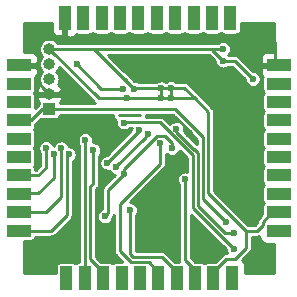
<source format=gbr>
G04 #@! TF.GenerationSoftware,KiCad,Pcbnew,5.1.4-e60b266~84~ubuntu18.04.1*
G04 #@! TF.CreationDate,2019-11-01T23:52:35+08:00*
G04 #@! TF.ProjectId,dap-stm32f103,6461702d-7374-46d3-9332-663130332e6b,rev?*
G04 #@! TF.SameCoordinates,Original*
G04 #@! TF.FileFunction,Copper,L2,Bot*
G04 #@! TF.FilePolarity,Positive*
%FSLAX46Y46*%
G04 Gerber Fmt 4.6, Leading zero omitted, Abs format (unit mm)*
G04 Created by KiCad (PCBNEW 5.1.4-e60b266~84~ubuntu18.04.1) date 2019-11-01 23:52:35*
%MOMM*%
%LPD*%
G04 APERTURE LIST*
%ADD10R,2.000000X1.000000*%
%ADD11R,1.000000X2.000000*%
%ADD12O,1.000000X1.000000*%
%ADD13R,1.000000X1.000000*%
%ADD14C,0.600000*%
%ADD15C,0.250000*%
G04 APERTURE END LIST*
D10*
X135944000Y-85625775D03*
X135944000Y-84070220D03*
X135944000Y-82514665D03*
X135944000Y-90292440D03*
X135944000Y-91848000D03*
X135944000Y-79403555D03*
X135944000Y-80959110D03*
X135944000Y-88736885D03*
X135944000Y-77848000D03*
X135944000Y-87181330D03*
X113944000Y-85625775D03*
X113944000Y-84070220D03*
X113944000Y-82514665D03*
X113944000Y-90292440D03*
X113944000Y-91848000D03*
X113944000Y-79403555D03*
X113944000Y-80959110D03*
X113944000Y-88736885D03*
X113944000Y-77848000D03*
X113944000Y-87181330D03*
D11*
X125741775Y-95868000D03*
X124186220Y-95868000D03*
X122630665Y-95868000D03*
X130408440Y-95868000D03*
X131964000Y-95868000D03*
X119519555Y-95868000D03*
X121075110Y-95868000D03*
X128852885Y-95868000D03*
X117964000Y-95868000D03*
X127297330Y-95868000D03*
X124066225Y-73868000D03*
X125621780Y-73868000D03*
X127177335Y-73868000D03*
X119399560Y-73868000D03*
X117844000Y-73868000D03*
X130288445Y-73868000D03*
X128732890Y-73868000D03*
X120955115Y-73868000D03*
X131844000Y-73868000D03*
X122510670Y-73868000D03*
D12*
X116514000Y-76478000D03*
X116514000Y-77748000D03*
X116514000Y-79018000D03*
X116514000Y-80288000D03*
D13*
X116514000Y-81558000D03*
D14*
X130964000Y-93773000D03*
X121184000Y-93588000D03*
X121184000Y-92848000D03*
X115594000Y-86088000D03*
X115590665Y-85505220D03*
X122719405Y-83499752D03*
X121184000Y-91738000D03*
X120879000Y-89778000D03*
X126754000Y-87418000D03*
X126444000Y-82218000D03*
X130524000Y-75728000D03*
X129134000Y-77328000D03*
X118084000Y-75658000D03*
X132949000Y-89669985D03*
X131914000Y-87128000D03*
X133468443Y-86653557D03*
X131284000Y-88928000D03*
X117682058Y-78529942D03*
X125557059Y-89200766D03*
X117877058Y-94031058D03*
X115864000Y-93738000D03*
X133084000Y-75728000D03*
X133084000Y-76588000D03*
X115804000Y-82778000D03*
X133854881Y-91202967D03*
X118910464Y-84908000D03*
X128360263Y-83638147D03*
X125504000Y-79163000D03*
X133964000Y-94868000D03*
X131444000Y-91078000D03*
X122154000Y-86448000D03*
X124879918Y-83669571D03*
X124144000Y-83338000D03*
X121432463Y-86102476D03*
X122821716Y-87080183D03*
X123664000Y-79818000D03*
X131224000Y-76458000D03*
X131234000Y-77468000D03*
X123054000Y-80648000D03*
X126804000Y-79768000D03*
X126804000Y-80658000D03*
X126004000Y-80658000D03*
X126004000Y-79788000D03*
X126904000Y-84878000D03*
X121214000Y-90648000D03*
X133744000Y-78998000D03*
X122776984Y-79834868D03*
X118854000Y-77748000D03*
X132124000Y-93398000D03*
X122834000Y-82708000D03*
X120254000Y-85048000D03*
X119535464Y-84163920D03*
X116254147Y-84838147D03*
X128004000Y-87508000D03*
X123373010Y-90128000D03*
X125894669Y-84463707D03*
X117531819Y-84889357D03*
X118156819Y-85397666D03*
X116879147Y-85377952D03*
X132114000Y-92008000D03*
X127284412Y-83211187D03*
D15*
X122394000Y-82098000D02*
X122518998Y-82098000D01*
X122518998Y-82098000D02*
X122533999Y-82082999D01*
X122409001Y-82082999D02*
X122394000Y-82098000D01*
X123269001Y-82082999D02*
X122409001Y-82082999D01*
X123269001Y-82082999D02*
X124208999Y-82082999D01*
X122533999Y-82082999D02*
X123269001Y-82082999D01*
X121184000Y-93588000D02*
X121184000Y-92848000D01*
X115594000Y-86088000D02*
X115594000Y-85508555D01*
X115594000Y-85508555D02*
X115590665Y-85505220D01*
X117877058Y-94031058D02*
X116127058Y-94031058D01*
X116127058Y-94031058D02*
X115864000Y-93768000D01*
X115864000Y-93768000D02*
X115864000Y-93738000D01*
X120435484Y-92099484D02*
X121184000Y-92848000D01*
X120879000Y-89778000D02*
X120435484Y-90221516D01*
X120435484Y-90221516D02*
X120435484Y-92099484D01*
X130524000Y-75728000D02*
X132844000Y-75728000D01*
X132844000Y-75728000D02*
X132854000Y-75738000D01*
X132949000Y-90094249D02*
X133844000Y-90989249D01*
X132949000Y-89669985D02*
X132949000Y-90094249D01*
X133844000Y-90989249D02*
X133844000Y-91192086D01*
X133844000Y-91192086D02*
X133854881Y-91202967D01*
X125557059Y-88614941D02*
X126754000Y-87418000D01*
X125557059Y-89200766D02*
X125557059Y-88614941D01*
X115594000Y-82988000D02*
X115804000Y-82778000D01*
X115594000Y-86088000D02*
X115594000Y-82988000D01*
X129134000Y-77328000D02*
X129134000Y-79278000D01*
X133468443Y-83612443D02*
X133468443Y-86653557D01*
X129134000Y-79278000D02*
X133468443Y-83612443D01*
X132388443Y-86653557D02*
X131914000Y-87128000D01*
X133468443Y-86653557D02*
X132388443Y-86653557D01*
X131914000Y-88298000D02*
X131284000Y-88928000D01*
X131914000Y-87128000D02*
X131914000Y-88298000D01*
X132207015Y-88928000D02*
X132949000Y-89669985D01*
X131284000Y-88928000D02*
X132207015Y-88928000D01*
X135483990Y-75738000D02*
X135613990Y-75868000D01*
X134444000Y-75738000D02*
X135483990Y-75738000D01*
X132854000Y-75738000D02*
X134444000Y-75738000D01*
X134444000Y-90613848D02*
X133854881Y-91202967D01*
X134444000Y-75738000D02*
X134444000Y-90613848D01*
X117682058Y-78954206D02*
X117682058Y-78529942D01*
X117682058Y-79827048D02*
X117682058Y-78954206D01*
X117221106Y-80288000D02*
X117682058Y-79827048D01*
X116514000Y-80288000D02*
X117221106Y-80288000D01*
X116014001Y-79739003D02*
X115614000Y-79339002D01*
X116514000Y-80288000D02*
X116014001Y-79788001D01*
X116014001Y-79788001D02*
X116014001Y-79739003D01*
X117784001Y-75358001D02*
X118084000Y-75658000D01*
X116203999Y-75358001D02*
X117784001Y-75358001D01*
X115614000Y-75948000D02*
X116203999Y-75358001D01*
X117877058Y-94031058D02*
X118910464Y-92997652D01*
X118910464Y-92997652D02*
X118910464Y-84908000D01*
X119154000Y-83328000D02*
X122547653Y-83328000D01*
X118910464Y-84908000D02*
X118910464Y-83571536D01*
X122547653Y-83328000D02*
X122719405Y-83499752D01*
X118910464Y-83571536D02*
X119154000Y-83328000D01*
X130454000Y-75658000D02*
X130524000Y-75728000D01*
X118084000Y-75658000D02*
X130454000Y-75658000D01*
X126444000Y-82218000D02*
X127154000Y-82218000D01*
X127257590Y-82288000D02*
X128484000Y-83514410D01*
X127154000Y-82218000D02*
X127224000Y-82288000D01*
X127224000Y-82288000D02*
X127257590Y-82288000D01*
X128484000Y-83514410D02*
X128360263Y-83638147D01*
X127339000Y-77328000D02*
X129134000Y-77328000D01*
X125504000Y-79163000D02*
X127339000Y-77328000D01*
X115614000Y-77998000D02*
X114314010Y-77998000D01*
X115614000Y-77998000D02*
X115614000Y-75948000D01*
X115614000Y-79339002D02*
X115614000Y-77998000D01*
X135613990Y-75868000D02*
X135613990Y-77848000D01*
X129544020Y-83938020D02*
X127164000Y-81558000D01*
X129544020Y-89178020D02*
X129544020Y-83938020D01*
X131444000Y-91078000D02*
X129544020Y-89178020D01*
X117244000Y-81558000D02*
X115934000Y-81558000D01*
X117244000Y-81558000D02*
X116514000Y-81558000D01*
X127164000Y-81558000D02*
X117244000Y-81558000D01*
X114977335Y-82514665D02*
X114314010Y-82514665D01*
X115934000Y-81558000D02*
X114977335Y-82514665D01*
X122154000Y-86398000D02*
X122154000Y-86448000D01*
X124579919Y-83969570D02*
X124579919Y-83972081D01*
X124879918Y-83669571D02*
X124579919Y-83969570D01*
X124579919Y-83972081D02*
X122154000Y-86398000D01*
X124144000Y-83368000D02*
X124144000Y-83338000D01*
X124144000Y-83390939D02*
X124144000Y-83338000D01*
X121432463Y-86102476D02*
X124144000Y-83390939D01*
X123364001Y-79518001D02*
X123344001Y-79518001D01*
X123664000Y-79818000D02*
X123364001Y-79518001D01*
X120304000Y-76478000D02*
X116514000Y-76478000D01*
X123344001Y-79518001D02*
X123054000Y-79228000D01*
X122894000Y-79048000D02*
X122874000Y-79048000D01*
X123664000Y-79818000D02*
X122894000Y-79048000D01*
X123054000Y-79228000D02*
X122874000Y-79048000D01*
X123664000Y-79818000D02*
X122609000Y-78763000D01*
X122609000Y-78763000D02*
X122589000Y-78763000D01*
X122874000Y-79048000D02*
X122589000Y-78763000D01*
X122589000Y-78763000D02*
X120304000Y-76478000D01*
X116514000Y-76478000D02*
X117221106Y-76478000D01*
X131204000Y-76478000D02*
X131224000Y-76458000D01*
X130284000Y-76518000D02*
X131234000Y-77468000D01*
X130284000Y-76478000D02*
X130284000Y-76518000D01*
X130284000Y-76478000D02*
X131204000Y-76478000D01*
X117221106Y-76478000D02*
X130284000Y-76478000D01*
X120684000Y-80648000D02*
X116514000Y-76478000D01*
X123054000Y-80648000D02*
X120684000Y-80648000D01*
X123478264Y-80648000D02*
X123488264Y-80658000D01*
X123054000Y-80648000D02*
X123478264Y-80648000D01*
X123488264Y-80658000D02*
X126844000Y-80658000D01*
X126004000Y-80658000D02*
X126004000Y-79788000D01*
X126784000Y-79788000D02*
X126804000Y-79768000D01*
X126004000Y-79788000D02*
X126784000Y-79788000D01*
X126804000Y-79768000D02*
X126804000Y-80658000D01*
X123694000Y-79788000D02*
X123664000Y-79818000D01*
X126004000Y-79788000D02*
X123694000Y-79788000D01*
X129994029Y-82047971D02*
X129994029Y-81818029D01*
X129994029Y-81828029D02*
X129994029Y-82047971D01*
X128834000Y-80658000D02*
X126804000Y-80658000D01*
X129994029Y-81818029D02*
X128834000Y-80658000D01*
X127944000Y-79768000D02*
X126804000Y-79768000D01*
X128834000Y-80658000D02*
X127944000Y-79768000D01*
X129994029Y-87357971D02*
X129994029Y-87868029D01*
X129994029Y-82047971D02*
X129994029Y-87357971D01*
X129994029Y-87357971D02*
X129994029Y-88703027D01*
X129994029Y-88703027D02*
X133159002Y-91868000D01*
X122521717Y-87380182D02*
X122821716Y-87080183D01*
X121513999Y-88387900D02*
X122521717Y-87380182D01*
X121513999Y-90348001D02*
X121513999Y-88387900D01*
X121214000Y-90648000D02*
X121513999Y-90348001D01*
X126904000Y-84453736D02*
X126904000Y-84878000D01*
X126288970Y-83838706D02*
X126904000Y-84453736D01*
X125594668Y-83838706D02*
X126288970Y-83838706D01*
X122821716Y-86611658D02*
X125594668Y-83838706D01*
X122821716Y-87080183D02*
X122821716Y-86611658D01*
X132214000Y-77468000D02*
X131234000Y-77468000D01*
X133744000Y-78998000D02*
X132214000Y-77468000D01*
X133159002Y-93288000D02*
X132199002Y-94248000D01*
X133159002Y-91868000D02*
X133159002Y-93288000D01*
X130408440Y-95338558D02*
X130408440Y-95517990D01*
X132199002Y-94248000D02*
X131498998Y-94248000D01*
X131498998Y-94248000D02*
X130408440Y-95338558D01*
X135414558Y-90292440D02*
X135613990Y-90292440D01*
X134618999Y-91087999D02*
X135414558Y-90292440D01*
X133159002Y-91868000D02*
X134114850Y-91868000D01*
X134618999Y-91363851D02*
X134618999Y-91087999D01*
X134114850Y-91868000D02*
X134618999Y-91363851D01*
X122352720Y-79834868D02*
X122345852Y-79828000D01*
X122776984Y-79834868D02*
X122352720Y-79834868D01*
X122345852Y-79828000D02*
X120934000Y-79828000D01*
X120934000Y-79828000D02*
X118854000Y-77748000D01*
X132124000Y-93398000D02*
X128644000Y-89918000D01*
X128644000Y-89918000D02*
X128644000Y-87018000D01*
X128644000Y-87018000D02*
X128644000Y-85478000D01*
X128644000Y-85478000D02*
X128644000Y-85458000D01*
X128644000Y-85478000D02*
X125854000Y-82688000D01*
X125854000Y-82688000D02*
X122854000Y-82688000D01*
X122854000Y-82688000D02*
X122834000Y-82708000D01*
X120254000Y-85048000D02*
X120254000Y-87848000D01*
X120254000Y-87848000D02*
X119985474Y-88116526D01*
X121075110Y-95338553D02*
X121075110Y-95517990D01*
X119985474Y-88116526D02*
X119985474Y-94248917D01*
X119985474Y-94248917D02*
X121075110Y-95338553D01*
X119519555Y-94802445D02*
X119519555Y-95517990D01*
X119535464Y-84163920D02*
X119535464Y-94786536D01*
X119535464Y-94786536D02*
X119519555Y-94802445D01*
X115590670Y-87181330D02*
X114314010Y-87181330D01*
X116254147Y-84838147D02*
X116254147Y-86517853D01*
X116254147Y-86517853D02*
X115590670Y-87181330D01*
X128852885Y-95156885D02*
X128852885Y-95517990D01*
X128004000Y-87508000D02*
X128004000Y-94308000D01*
X128004000Y-94308000D02*
X128852885Y-95156885D01*
X123373010Y-90128000D02*
X123373010Y-93820600D01*
X123373010Y-93820600D02*
X123630410Y-94078000D01*
X127297330Y-95338553D02*
X127297330Y-95517990D01*
X125414000Y-94078000D02*
X126036777Y-94078000D01*
X126036777Y-94078000D02*
X127297330Y-95338553D01*
X123630410Y-94078000D02*
X125414000Y-94078000D01*
X125894669Y-86167331D02*
X125894669Y-84463707D01*
X122464000Y-93548000D02*
X122464000Y-89598000D01*
X122464000Y-89598000D02*
X125894669Y-86167331D01*
X125741775Y-95338553D02*
X125741775Y-95517990D01*
X124931232Y-94528010D02*
X125741775Y-95338553D01*
X122464000Y-93548000D02*
X123444010Y-94528010D01*
X123444010Y-94528010D02*
X124931232Y-94528010D01*
X116199560Y-90292440D02*
X114314010Y-90292440D01*
X117531819Y-84889357D02*
X117531819Y-88960181D01*
X117531819Y-88960181D02*
X116199560Y-90292440D01*
X117981829Y-85572656D02*
X118156819Y-85397666D01*
X117981829Y-85715829D02*
X117981829Y-85572656D01*
X117981829Y-85500021D02*
X117981829Y-85715829D01*
X116674000Y-91848000D02*
X114314010Y-91848000D01*
X117981829Y-85715829D02*
X117981829Y-90540171D01*
X117981829Y-90540171D02*
X116674000Y-91848000D01*
X116879147Y-85377952D02*
X116879147Y-87392863D01*
X116879147Y-87392863D02*
X115574005Y-88698005D01*
X115574005Y-88698005D02*
X114314010Y-88698005D01*
X132114000Y-92008000D02*
X131370410Y-92008000D01*
X131370410Y-92008000D02*
X129094010Y-89731600D01*
X128800410Y-84978000D02*
X128780410Y-84978000D01*
X129094010Y-89731600D02*
X129094010Y-85271600D01*
X128902205Y-85079795D02*
X128800410Y-84978000D01*
X129094010Y-85271600D02*
X128902205Y-85079795D01*
X128810400Y-85007990D02*
X127284412Y-83482002D01*
X128902205Y-85079795D02*
X128830400Y-85007990D01*
X127284412Y-83482002D02*
X127284412Y-83211187D01*
X128830400Y-85007990D02*
X128810400Y-85007990D01*
G36*
X134307937Y-92348000D02*
G01*
X134320159Y-92472090D01*
X134356354Y-92591411D01*
X134415133Y-92701378D01*
X134494236Y-92797764D01*
X134590622Y-92876867D01*
X134700589Y-92935646D01*
X134819910Y-92971841D01*
X134944000Y-92984063D01*
X135564000Y-92981399D01*
X135564000Y-95468000D01*
X133097485Y-95468000D01*
X133100063Y-94868000D01*
X133087841Y-94743910D01*
X133051646Y-94624589D01*
X132992867Y-94514622D01*
X132913764Y-94418236D01*
X132817378Y-94339133D01*
X132815812Y-94338296D01*
X133495183Y-93658925D01*
X133514266Y-93643264D01*
X133576748Y-93567129D01*
X133623177Y-93480267D01*
X133639318Y-93427057D01*
X133651767Y-93386018D01*
X133661421Y-93288001D01*
X133659002Y-93263441D01*
X133659002Y-92368000D01*
X134090290Y-92368000D01*
X134114850Y-92370419D01*
X134139410Y-92368000D01*
X134212867Y-92360765D01*
X134307117Y-92332175D01*
X134308173Y-92331611D01*
X134307937Y-92348000D01*
X134307937Y-92348000D01*
G37*
X134307937Y-92348000D02*
X134320159Y-92472090D01*
X134356354Y-92591411D01*
X134415133Y-92701378D01*
X134494236Y-92797764D01*
X134590622Y-92876867D01*
X134700589Y-92935646D01*
X134819910Y-92971841D01*
X134944000Y-92984063D01*
X135564000Y-92981399D01*
X135564000Y-95468000D01*
X133097485Y-95468000D01*
X133100063Y-94868000D01*
X133087841Y-94743910D01*
X133051646Y-94624589D01*
X132992867Y-94514622D01*
X132913764Y-94418236D01*
X132817378Y-94339133D01*
X132815812Y-94338296D01*
X133495183Y-93658925D01*
X133514266Y-93643264D01*
X133576748Y-93567129D01*
X133623177Y-93480267D01*
X133639318Y-93427057D01*
X133651767Y-93386018D01*
X133661421Y-93288001D01*
X133659002Y-93263441D01*
X133659002Y-92368000D01*
X134090290Y-92368000D01*
X134114850Y-92370419D01*
X134139410Y-92368000D01*
X134212867Y-92360765D01*
X134307117Y-92332175D01*
X134308173Y-92331611D01*
X134307937Y-92348000D01*
G36*
X121891581Y-82098000D02*
G01*
X121901235Y-82196017D01*
X121929825Y-82290267D01*
X121976254Y-82377129D01*
X122038736Y-82453264D01*
X122114871Y-82515746D01*
X122177373Y-82549154D01*
X122159000Y-82641518D01*
X122159000Y-82774482D01*
X122184940Y-82904890D01*
X122235823Y-83027732D01*
X122309693Y-83138287D01*
X122403713Y-83232307D01*
X122514268Y-83306177D01*
X122637110Y-83357060D01*
X122767518Y-83383000D01*
X122900482Y-83383000D01*
X123030890Y-83357060D01*
X123153732Y-83306177D01*
X123264287Y-83232307D01*
X123308594Y-83188000D01*
X123485613Y-83188000D01*
X123469000Y-83271518D01*
X123469000Y-83358832D01*
X121400358Y-85427476D01*
X121365981Y-85427476D01*
X121235573Y-85453416D01*
X121112731Y-85504299D01*
X121002176Y-85578169D01*
X120908156Y-85672189D01*
X120834286Y-85782744D01*
X120783403Y-85905586D01*
X120757463Y-86035994D01*
X120757463Y-86168958D01*
X120783403Y-86299366D01*
X120834286Y-86422208D01*
X120908156Y-86532763D01*
X121002176Y-86626783D01*
X121112731Y-86700653D01*
X121235573Y-86751536D01*
X121365981Y-86777476D01*
X121498945Y-86777476D01*
X121555222Y-86766282D01*
X121555823Y-86767732D01*
X121629693Y-86878287D01*
X121723713Y-86972307D01*
X121834268Y-87046177D01*
X121957110Y-87097060D01*
X122074401Y-87120391D01*
X121177818Y-88016976D01*
X121158736Y-88032636D01*
X121096254Y-88108771D01*
X121075736Y-88147158D01*
X121049825Y-88195633D01*
X121021234Y-88289883D01*
X121011580Y-88387900D01*
X121014000Y-88412470D01*
X121013999Y-90000229D01*
X120894268Y-90049823D01*
X120783713Y-90123693D01*
X120689693Y-90217713D01*
X120615823Y-90328268D01*
X120564940Y-90451110D01*
X120539000Y-90581518D01*
X120539000Y-90714482D01*
X120564940Y-90844890D01*
X120615823Y-90967732D01*
X120689693Y-91078287D01*
X120783713Y-91172307D01*
X120894268Y-91246177D01*
X121017110Y-91297060D01*
X121147518Y-91323000D01*
X121280482Y-91323000D01*
X121410890Y-91297060D01*
X121533732Y-91246177D01*
X121644287Y-91172307D01*
X121738307Y-91078287D01*
X121812177Y-90967732D01*
X121863060Y-90844890D01*
X121889000Y-90714482D01*
X121889000Y-90679215D01*
X121931745Y-90627130D01*
X121964001Y-90566784D01*
X121964000Y-93523440D01*
X121961581Y-93548000D01*
X121969085Y-93624187D01*
X121971235Y-93646016D01*
X121999825Y-93740266D01*
X122046254Y-93827129D01*
X122108736Y-93903264D01*
X122127824Y-93918929D01*
X122700080Y-94491186D01*
X122130665Y-94491186D01*
X122057152Y-94498426D01*
X121986465Y-94519869D01*
X121921318Y-94554691D01*
X121864217Y-94601552D01*
X121852888Y-94615357D01*
X121841558Y-94601552D01*
X121784457Y-94554691D01*
X121719310Y-94519869D01*
X121648623Y-94498426D01*
X121575110Y-94491186D01*
X120934849Y-94491186D01*
X120485474Y-94041812D01*
X120485474Y-88323631D01*
X120590176Y-88218929D01*
X120609264Y-88203264D01*
X120671746Y-88127129D01*
X120718175Y-88040267D01*
X120746765Y-87946017D01*
X120754000Y-87872560D01*
X120754000Y-87872559D01*
X120756419Y-87848001D01*
X120754000Y-87823443D01*
X120754000Y-85502594D01*
X120778307Y-85478287D01*
X120852177Y-85367732D01*
X120903060Y-85244890D01*
X120929000Y-85114482D01*
X120929000Y-84981518D01*
X120903060Y-84851110D01*
X120852177Y-84728268D01*
X120778307Y-84617713D01*
X120684287Y-84523693D01*
X120573732Y-84449823D01*
X120450890Y-84398940D01*
X120320482Y-84373000D01*
X120187518Y-84373000D01*
X120178753Y-84374744D01*
X120184524Y-84360810D01*
X120210464Y-84230402D01*
X120210464Y-84097438D01*
X120184524Y-83967030D01*
X120133641Y-83844188D01*
X120059771Y-83733633D01*
X119965751Y-83639613D01*
X119855196Y-83565743D01*
X119732354Y-83514860D01*
X119601946Y-83488920D01*
X119468982Y-83488920D01*
X119338574Y-83514860D01*
X119215732Y-83565743D01*
X119105177Y-83639613D01*
X119011157Y-83733633D01*
X118937287Y-83844188D01*
X118886404Y-83967030D01*
X118860464Y-84097438D01*
X118860464Y-84230402D01*
X118886404Y-84360810D01*
X118937287Y-84483652D01*
X119011157Y-84594207D01*
X119035464Y-84618514D01*
X119035465Y-94491186D01*
X119019555Y-94491186D01*
X118946042Y-94498426D01*
X118875355Y-94519869D01*
X118810208Y-94554691D01*
X118753107Y-94601552D01*
X118741778Y-94615357D01*
X118730448Y-94601552D01*
X118673347Y-94554691D01*
X118608200Y-94519869D01*
X118537513Y-94498426D01*
X118464000Y-94491186D01*
X117464000Y-94491186D01*
X117390487Y-94498426D01*
X117319800Y-94519869D01*
X117254653Y-94554691D01*
X117197552Y-94601552D01*
X117150691Y-94658653D01*
X117115869Y-94723800D01*
X117094426Y-94794487D01*
X117087186Y-94868000D01*
X117087186Y-95468000D01*
X114364000Y-95468000D01*
X114364000Y-92724814D01*
X114944000Y-92724814D01*
X115017513Y-92717574D01*
X115088200Y-92696131D01*
X115153347Y-92661309D01*
X115210448Y-92614448D01*
X115257309Y-92557347D01*
X115292131Y-92492200D01*
X115313574Y-92421513D01*
X115320814Y-92348000D01*
X116649440Y-92348000D01*
X116674000Y-92350419D01*
X116698560Y-92348000D01*
X116772017Y-92340765D01*
X116866267Y-92312175D01*
X116953129Y-92265746D01*
X117029264Y-92203264D01*
X117044929Y-92184176D01*
X118318016Y-90911091D01*
X118337093Y-90895435D01*
X118399575Y-90819300D01*
X118446004Y-90732438D01*
X118474594Y-90638188D01*
X118481829Y-90564731D01*
X118484248Y-90540171D01*
X118481829Y-90515611D01*
X118481829Y-85992316D01*
X118587106Y-85921973D01*
X118681126Y-85827953D01*
X118754996Y-85717398D01*
X118805879Y-85594556D01*
X118831819Y-85464148D01*
X118831819Y-85331184D01*
X118805879Y-85200776D01*
X118754996Y-85077934D01*
X118681126Y-84967379D01*
X118587106Y-84873359D01*
X118476551Y-84799489D01*
X118353709Y-84748606D01*
X118223301Y-84722666D01*
X118186886Y-84722666D01*
X118180879Y-84692467D01*
X118129996Y-84569625D01*
X118056126Y-84459070D01*
X117962106Y-84365050D01*
X117851551Y-84291180D01*
X117728709Y-84240297D01*
X117598301Y-84214357D01*
X117465337Y-84214357D01*
X117334929Y-84240297D01*
X117212087Y-84291180D01*
X117101532Y-84365050D01*
X117007512Y-84459070D01*
X116933642Y-84569625D01*
X116903455Y-84642503D01*
X116903207Y-84641257D01*
X116852324Y-84518415D01*
X116778454Y-84407860D01*
X116684434Y-84313840D01*
X116573879Y-84239970D01*
X116451037Y-84189087D01*
X116320629Y-84163147D01*
X116187665Y-84163147D01*
X116057257Y-84189087D01*
X115934415Y-84239970D01*
X115823860Y-84313840D01*
X115729840Y-84407860D01*
X115655970Y-84518415D01*
X115605087Y-84641257D01*
X115579147Y-84771665D01*
X115579147Y-84904629D01*
X115605087Y-85035037D01*
X115655970Y-85157879D01*
X115729840Y-85268434D01*
X115754147Y-85292741D01*
X115754148Y-86310746D01*
X115383565Y-86681330D01*
X115320814Y-86681330D01*
X115313574Y-86607817D01*
X115292131Y-86537130D01*
X115257309Y-86471983D01*
X115210448Y-86414882D01*
X115196643Y-86403553D01*
X115210448Y-86392223D01*
X115257309Y-86335122D01*
X115292131Y-86269975D01*
X115313574Y-86199288D01*
X115320814Y-86125775D01*
X115320814Y-85125775D01*
X115313574Y-85052262D01*
X115292131Y-84981575D01*
X115257309Y-84916428D01*
X115210448Y-84859327D01*
X115196643Y-84847998D01*
X115210448Y-84836668D01*
X115257309Y-84779567D01*
X115292131Y-84714420D01*
X115313574Y-84643733D01*
X115320814Y-84570220D01*
X115320814Y-83570220D01*
X115313574Y-83496707D01*
X115292131Y-83426020D01*
X115257309Y-83360873D01*
X115210448Y-83303772D01*
X115196643Y-83292442D01*
X115210448Y-83281113D01*
X115257309Y-83224012D01*
X115292131Y-83158865D01*
X115313574Y-83088178D01*
X115320814Y-83014665D01*
X115320814Y-82879601D01*
X115332599Y-82869929D01*
X115348264Y-82850841D01*
X115819735Y-82379371D01*
X115869800Y-82406131D01*
X115940487Y-82427574D01*
X116014000Y-82434814D01*
X117014000Y-82434814D01*
X117087513Y-82427574D01*
X117158200Y-82406131D01*
X117223347Y-82371309D01*
X117280448Y-82324448D01*
X117327309Y-82267347D01*
X117362131Y-82202200D01*
X117383574Y-82131513D01*
X117390814Y-82058000D01*
X121895521Y-82058000D01*
X121891581Y-82098000D01*
X121891581Y-82098000D01*
G37*
X121891581Y-82098000D02*
X121901235Y-82196017D01*
X121929825Y-82290267D01*
X121976254Y-82377129D01*
X122038736Y-82453264D01*
X122114871Y-82515746D01*
X122177373Y-82549154D01*
X122159000Y-82641518D01*
X122159000Y-82774482D01*
X122184940Y-82904890D01*
X122235823Y-83027732D01*
X122309693Y-83138287D01*
X122403713Y-83232307D01*
X122514268Y-83306177D01*
X122637110Y-83357060D01*
X122767518Y-83383000D01*
X122900482Y-83383000D01*
X123030890Y-83357060D01*
X123153732Y-83306177D01*
X123264287Y-83232307D01*
X123308594Y-83188000D01*
X123485613Y-83188000D01*
X123469000Y-83271518D01*
X123469000Y-83358832D01*
X121400358Y-85427476D01*
X121365981Y-85427476D01*
X121235573Y-85453416D01*
X121112731Y-85504299D01*
X121002176Y-85578169D01*
X120908156Y-85672189D01*
X120834286Y-85782744D01*
X120783403Y-85905586D01*
X120757463Y-86035994D01*
X120757463Y-86168958D01*
X120783403Y-86299366D01*
X120834286Y-86422208D01*
X120908156Y-86532763D01*
X121002176Y-86626783D01*
X121112731Y-86700653D01*
X121235573Y-86751536D01*
X121365981Y-86777476D01*
X121498945Y-86777476D01*
X121555222Y-86766282D01*
X121555823Y-86767732D01*
X121629693Y-86878287D01*
X121723713Y-86972307D01*
X121834268Y-87046177D01*
X121957110Y-87097060D01*
X122074401Y-87120391D01*
X121177818Y-88016976D01*
X121158736Y-88032636D01*
X121096254Y-88108771D01*
X121075736Y-88147158D01*
X121049825Y-88195633D01*
X121021234Y-88289883D01*
X121011580Y-88387900D01*
X121014000Y-88412470D01*
X121013999Y-90000229D01*
X120894268Y-90049823D01*
X120783713Y-90123693D01*
X120689693Y-90217713D01*
X120615823Y-90328268D01*
X120564940Y-90451110D01*
X120539000Y-90581518D01*
X120539000Y-90714482D01*
X120564940Y-90844890D01*
X120615823Y-90967732D01*
X120689693Y-91078287D01*
X120783713Y-91172307D01*
X120894268Y-91246177D01*
X121017110Y-91297060D01*
X121147518Y-91323000D01*
X121280482Y-91323000D01*
X121410890Y-91297060D01*
X121533732Y-91246177D01*
X121644287Y-91172307D01*
X121738307Y-91078287D01*
X121812177Y-90967732D01*
X121863060Y-90844890D01*
X121889000Y-90714482D01*
X121889000Y-90679215D01*
X121931745Y-90627130D01*
X121964001Y-90566784D01*
X121964000Y-93523440D01*
X121961581Y-93548000D01*
X121969085Y-93624187D01*
X121971235Y-93646016D01*
X121999825Y-93740266D01*
X122046254Y-93827129D01*
X122108736Y-93903264D01*
X122127824Y-93918929D01*
X122700080Y-94491186D01*
X122130665Y-94491186D01*
X122057152Y-94498426D01*
X121986465Y-94519869D01*
X121921318Y-94554691D01*
X121864217Y-94601552D01*
X121852888Y-94615357D01*
X121841558Y-94601552D01*
X121784457Y-94554691D01*
X121719310Y-94519869D01*
X121648623Y-94498426D01*
X121575110Y-94491186D01*
X120934849Y-94491186D01*
X120485474Y-94041812D01*
X120485474Y-88323631D01*
X120590176Y-88218929D01*
X120609264Y-88203264D01*
X120671746Y-88127129D01*
X120718175Y-88040267D01*
X120746765Y-87946017D01*
X120754000Y-87872560D01*
X120754000Y-87872559D01*
X120756419Y-87848001D01*
X120754000Y-87823443D01*
X120754000Y-85502594D01*
X120778307Y-85478287D01*
X120852177Y-85367732D01*
X120903060Y-85244890D01*
X120929000Y-85114482D01*
X120929000Y-84981518D01*
X120903060Y-84851110D01*
X120852177Y-84728268D01*
X120778307Y-84617713D01*
X120684287Y-84523693D01*
X120573732Y-84449823D01*
X120450890Y-84398940D01*
X120320482Y-84373000D01*
X120187518Y-84373000D01*
X120178753Y-84374744D01*
X120184524Y-84360810D01*
X120210464Y-84230402D01*
X120210464Y-84097438D01*
X120184524Y-83967030D01*
X120133641Y-83844188D01*
X120059771Y-83733633D01*
X119965751Y-83639613D01*
X119855196Y-83565743D01*
X119732354Y-83514860D01*
X119601946Y-83488920D01*
X119468982Y-83488920D01*
X119338574Y-83514860D01*
X119215732Y-83565743D01*
X119105177Y-83639613D01*
X119011157Y-83733633D01*
X118937287Y-83844188D01*
X118886404Y-83967030D01*
X118860464Y-84097438D01*
X118860464Y-84230402D01*
X118886404Y-84360810D01*
X118937287Y-84483652D01*
X119011157Y-84594207D01*
X119035464Y-84618514D01*
X119035465Y-94491186D01*
X119019555Y-94491186D01*
X118946042Y-94498426D01*
X118875355Y-94519869D01*
X118810208Y-94554691D01*
X118753107Y-94601552D01*
X118741778Y-94615357D01*
X118730448Y-94601552D01*
X118673347Y-94554691D01*
X118608200Y-94519869D01*
X118537513Y-94498426D01*
X118464000Y-94491186D01*
X117464000Y-94491186D01*
X117390487Y-94498426D01*
X117319800Y-94519869D01*
X117254653Y-94554691D01*
X117197552Y-94601552D01*
X117150691Y-94658653D01*
X117115869Y-94723800D01*
X117094426Y-94794487D01*
X117087186Y-94868000D01*
X117087186Y-95468000D01*
X114364000Y-95468000D01*
X114364000Y-92724814D01*
X114944000Y-92724814D01*
X115017513Y-92717574D01*
X115088200Y-92696131D01*
X115153347Y-92661309D01*
X115210448Y-92614448D01*
X115257309Y-92557347D01*
X115292131Y-92492200D01*
X115313574Y-92421513D01*
X115320814Y-92348000D01*
X116649440Y-92348000D01*
X116674000Y-92350419D01*
X116698560Y-92348000D01*
X116772017Y-92340765D01*
X116866267Y-92312175D01*
X116953129Y-92265746D01*
X117029264Y-92203264D01*
X117044929Y-92184176D01*
X118318016Y-90911091D01*
X118337093Y-90895435D01*
X118399575Y-90819300D01*
X118446004Y-90732438D01*
X118474594Y-90638188D01*
X118481829Y-90564731D01*
X118484248Y-90540171D01*
X118481829Y-90515611D01*
X118481829Y-85992316D01*
X118587106Y-85921973D01*
X118681126Y-85827953D01*
X118754996Y-85717398D01*
X118805879Y-85594556D01*
X118831819Y-85464148D01*
X118831819Y-85331184D01*
X118805879Y-85200776D01*
X118754996Y-85077934D01*
X118681126Y-84967379D01*
X118587106Y-84873359D01*
X118476551Y-84799489D01*
X118353709Y-84748606D01*
X118223301Y-84722666D01*
X118186886Y-84722666D01*
X118180879Y-84692467D01*
X118129996Y-84569625D01*
X118056126Y-84459070D01*
X117962106Y-84365050D01*
X117851551Y-84291180D01*
X117728709Y-84240297D01*
X117598301Y-84214357D01*
X117465337Y-84214357D01*
X117334929Y-84240297D01*
X117212087Y-84291180D01*
X117101532Y-84365050D01*
X117007512Y-84459070D01*
X116933642Y-84569625D01*
X116903455Y-84642503D01*
X116903207Y-84641257D01*
X116852324Y-84518415D01*
X116778454Y-84407860D01*
X116684434Y-84313840D01*
X116573879Y-84239970D01*
X116451037Y-84189087D01*
X116320629Y-84163147D01*
X116187665Y-84163147D01*
X116057257Y-84189087D01*
X115934415Y-84239970D01*
X115823860Y-84313840D01*
X115729840Y-84407860D01*
X115655970Y-84518415D01*
X115605087Y-84641257D01*
X115579147Y-84771665D01*
X115579147Y-84904629D01*
X115605087Y-85035037D01*
X115655970Y-85157879D01*
X115729840Y-85268434D01*
X115754147Y-85292741D01*
X115754148Y-86310746D01*
X115383565Y-86681330D01*
X115320814Y-86681330D01*
X115313574Y-86607817D01*
X115292131Y-86537130D01*
X115257309Y-86471983D01*
X115210448Y-86414882D01*
X115196643Y-86403553D01*
X115210448Y-86392223D01*
X115257309Y-86335122D01*
X115292131Y-86269975D01*
X115313574Y-86199288D01*
X115320814Y-86125775D01*
X115320814Y-85125775D01*
X115313574Y-85052262D01*
X115292131Y-84981575D01*
X115257309Y-84916428D01*
X115210448Y-84859327D01*
X115196643Y-84847998D01*
X115210448Y-84836668D01*
X115257309Y-84779567D01*
X115292131Y-84714420D01*
X115313574Y-84643733D01*
X115320814Y-84570220D01*
X115320814Y-83570220D01*
X115313574Y-83496707D01*
X115292131Y-83426020D01*
X115257309Y-83360873D01*
X115210448Y-83303772D01*
X115196643Y-83292442D01*
X115210448Y-83281113D01*
X115257309Y-83224012D01*
X115292131Y-83158865D01*
X115313574Y-83088178D01*
X115320814Y-83014665D01*
X115320814Y-82879601D01*
X115332599Y-82869929D01*
X115348264Y-82850841D01*
X115819735Y-82379371D01*
X115869800Y-82406131D01*
X115940487Y-82427574D01*
X116014000Y-82434814D01*
X117014000Y-82434814D01*
X117087513Y-82427574D01*
X117158200Y-82406131D01*
X117223347Y-82371309D01*
X117280448Y-82324448D01*
X117327309Y-82267347D01*
X117362131Y-82202200D01*
X117383574Y-82131513D01*
X117390814Y-82058000D01*
X121895521Y-82058000D01*
X121891581Y-82098000D01*
G36*
X131449000Y-93430106D02*
G01*
X131449000Y-93464482D01*
X131474940Y-93594890D01*
X131525823Y-93717732D01*
X131546047Y-93748000D01*
X131523558Y-93748000D01*
X131498998Y-93745581D01*
X131474438Y-93748000D01*
X131400981Y-93755235D01*
X131306731Y-93783825D01*
X131219869Y-93830254D01*
X131143734Y-93892736D01*
X131128073Y-93911819D01*
X130548707Y-94491186D01*
X129908440Y-94491186D01*
X129834927Y-94498426D01*
X129764240Y-94519869D01*
X129699093Y-94554691D01*
X129641992Y-94601552D01*
X129630663Y-94615357D01*
X129619333Y-94601552D01*
X129562232Y-94554691D01*
X129497085Y-94519869D01*
X129426398Y-94498426D01*
X129352885Y-94491186D01*
X128894292Y-94491186D01*
X128504000Y-94100895D01*
X128504000Y-90485105D01*
X131449000Y-93430106D01*
X131449000Y-93430106D01*
G37*
X131449000Y-93430106D02*
X131449000Y-93464482D01*
X131474940Y-93594890D01*
X131525823Y-93717732D01*
X131546047Y-93748000D01*
X131523558Y-93748000D01*
X131498998Y-93745581D01*
X131474438Y-93748000D01*
X131400981Y-93755235D01*
X131306731Y-93783825D01*
X131219869Y-93830254D01*
X131143734Y-93892736D01*
X131128073Y-93911819D01*
X130548707Y-94491186D01*
X129908440Y-94491186D01*
X129834927Y-94498426D01*
X129764240Y-94519869D01*
X129699093Y-94554691D01*
X129641992Y-94601552D01*
X129630663Y-94615357D01*
X129619333Y-94601552D01*
X129562232Y-94554691D01*
X129497085Y-94519869D01*
X129426398Y-94498426D01*
X129352885Y-94491186D01*
X128894292Y-94491186D01*
X128504000Y-94100895D01*
X128504000Y-90485105D01*
X131449000Y-93430106D01*
G36*
X128144001Y-85685108D02*
G01*
X128144000Y-86847624D01*
X128070482Y-86833000D01*
X127937518Y-86833000D01*
X127807110Y-86858940D01*
X127684268Y-86909823D01*
X127573713Y-86983693D01*
X127479693Y-87077713D01*
X127405823Y-87188268D01*
X127354940Y-87311110D01*
X127329000Y-87441518D01*
X127329000Y-87574482D01*
X127354940Y-87704890D01*
X127405823Y-87827732D01*
X127479693Y-87938287D01*
X127504000Y-87962594D01*
X127504001Y-94283430D01*
X127501581Y-94308000D01*
X127511235Y-94406017D01*
X127524250Y-94448920D01*
X127537071Y-94491186D01*
X127157069Y-94491186D01*
X126407706Y-93741824D01*
X126392041Y-93722736D01*
X126315906Y-93660254D01*
X126229044Y-93613825D01*
X126134794Y-93585235D01*
X126061337Y-93578000D01*
X126036777Y-93575581D01*
X126012217Y-93578000D01*
X123873010Y-93578000D01*
X123873010Y-90582594D01*
X123897317Y-90558287D01*
X123971187Y-90447732D01*
X124022070Y-90324890D01*
X124048010Y-90194482D01*
X124048010Y-90061518D01*
X124022070Y-89931110D01*
X123971187Y-89808268D01*
X123897317Y-89697713D01*
X123803297Y-89603693D01*
X123692742Y-89529823D01*
X123569900Y-89478940D01*
X123439492Y-89453000D01*
X123316105Y-89453000D01*
X126230856Y-86538251D01*
X126249933Y-86522595D01*
X126312415Y-86446460D01*
X126358844Y-86359598D01*
X126387434Y-86265348D01*
X126394669Y-86191891D01*
X126394669Y-86191890D01*
X126397088Y-86167331D01*
X126394669Y-86142771D01*
X126394669Y-85323263D01*
X126473713Y-85402307D01*
X126584268Y-85476177D01*
X126707110Y-85527060D01*
X126837518Y-85553000D01*
X126970482Y-85553000D01*
X127100890Y-85527060D01*
X127223732Y-85476177D01*
X127334287Y-85402307D01*
X127428307Y-85308287D01*
X127502177Y-85197732D01*
X127547414Y-85088521D01*
X128144001Y-85685108D01*
X128144001Y-85685108D01*
G37*
X128144001Y-85685108D02*
X128144000Y-86847624D01*
X128070482Y-86833000D01*
X127937518Y-86833000D01*
X127807110Y-86858940D01*
X127684268Y-86909823D01*
X127573713Y-86983693D01*
X127479693Y-87077713D01*
X127405823Y-87188268D01*
X127354940Y-87311110D01*
X127329000Y-87441518D01*
X127329000Y-87574482D01*
X127354940Y-87704890D01*
X127405823Y-87827732D01*
X127479693Y-87938287D01*
X127504000Y-87962594D01*
X127504001Y-94283430D01*
X127501581Y-94308000D01*
X127511235Y-94406017D01*
X127524250Y-94448920D01*
X127537071Y-94491186D01*
X127157069Y-94491186D01*
X126407706Y-93741824D01*
X126392041Y-93722736D01*
X126315906Y-93660254D01*
X126229044Y-93613825D01*
X126134794Y-93585235D01*
X126061337Y-93578000D01*
X126036777Y-93575581D01*
X126012217Y-93578000D01*
X123873010Y-93578000D01*
X123873010Y-90582594D01*
X123897317Y-90558287D01*
X123971187Y-90447732D01*
X124022070Y-90324890D01*
X124048010Y-90194482D01*
X124048010Y-90061518D01*
X124022070Y-89931110D01*
X123971187Y-89808268D01*
X123897317Y-89697713D01*
X123803297Y-89603693D01*
X123692742Y-89529823D01*
X123569900Y-89478940D01*
X123439492Y-89453000D01*
X123316105Y-89453000D01*
X126230856Y-86538251D01*
X126249933Y-86522595D01*
X126312415Y-86446460D01*
X126358844Y-86359598D01*
X126387434Y-86265348D01*
X126394669Y-86191891D01*
X126394669Y-86191890D01*
X126397088Y-86167331D01*
X126394669Y-86142771D01*
X126394669Y-85323263D01*
X126473713Y-85402307D01*
X126584268Y-85476177D01*
X126707110Y-85527060D01*
X126837518Y-85553000D01*
X126970482Y-85553000D01*
X127100890Y-85527060D01*
X127223732Y-85476177D01*
X127334287Y-85402307D01*
X127428307Y-85308287D01*
X127502177Y-85197732D01*
X127547414Y-85088521D01*
X128144001Y-85685108D01*
G36*
X116707937Y-74868000D02*
G01*
X116720159Y-74992090D01*
X116756354Y-75111411D01*
X116815133Y-75221378D01*
X116894236Y-75317764D01*
X116990622Y-75396867D01*
X117100589Y-75455646D01*
X117219910Y-75491841D01*
X117344000Y-75504063D01*
X117556750Y-75501000D01*
X117715000Y-75342750D01*
X117715000Y-74268000D01*
X117973000Y-74268000D01*
X117973000Y-75342750D01*
X118131250Y-75501000D01*
X118344000Y-75504063D01*
X118468090Y-75491841D01*
X118587411Y-75455646D01*
X118697378Y-75396867D01*
X118793764Y-75317764D01*
X118857068Y-75240629D01*
X118899560Y-75244814D01*
X119899560Y-75244814D01*
X119973073Y-75237574D01*
X120043760Y-75216131D01*
X120108907Y-75181309D01*
X120166008Y-75134448D01*
X120177338Y-75120643D01*
X120188667Y-75134448D01*
X120245768Y-75181309D01*
X120310915Y-75216131D01*
X120381602Y-75237574D01*
X120455115Y-75244814D01*
X121455115Y-75244814D01*
X121528628Y-75237574D01*
X121599315Y-75216131D01*
X121664462Y-75181309D01*
X121721563Y-75134448D01*
X121732893Y-75120643D01*
X121744222Y-75134448D01*
X121801323Y-75181309D01*
X121866470Y-75216131D01*
X121937157Y-75237574D01*
X122010670Y-75244814D01*
X123010670Y-75244814D01*
X123084183Y-75237574D01*
X123154870Y-75216131D01*
X123220017Y-75181309D01*
X123277118Y-75134448D01*
X123288448Y-75120643D01*
X123299777Y-75134448D01*
X123356878Y-75181309D01*
X123422025Y-75216131D01*
X123492712Y-75237574D01*
X123566225Y-75244814D01*
X124566225Y-75244814D01*
X124639738Y-75237574D01*
X124710425Y-75216131D01*
X124775572Y-75181309D01*
X124832673Y-75134448D01*
X124844003Y-75120643D01*
X124855332Y-75134448D01*
X124912433Y-75181309D01*
X124977580Y-75216131D01*
X125048267Y-75237574D01*
X125121780Y-75244814D01*
X126121780Y-75244814D01*
X126195293Y-75237574D01*
X126265980Y-75216131D01*
X126331127Y-75181309D01*
X126388228Y-75134448D01*
X126399558Y-75120643D01*
X126410887Y-75134448D01*
X126467988Y-75181309D01*
X126533135Y-75216131D01*
X126603822Y-75237574D01*
X126677335Y-75244814D01*
X127677335Y-75244814D01*
X127750848Y-75237574D01*
X127821535Y-75216131D01*
X127886682Y-75181309D01*
X127943783Y-75134448D01*
X127955113Y-75120643D01*
X127966442Y-75134448D01*
X128023543Y-75181309D01*
X128088690Y-75216131D01*
X128159377Y-75237574D01*
X128232890Y-75244814D01*
X129232890Y-75244814D01*
X129306403Y-75237574D01*
X129377090Y-75216131D01*
X129442237Y-75181309D01*
X129499338Y-75134448D01*
X129510668Y-75120643D01*
X129521997Y-75134448D01*
X129579098Y-75181309D01*
X129644245Y-75216131D01*
X129714932Y-75237574D01*
X129788445Y-75244814D01*
X130788445Y-75244814D01*
X130861958Y-75237574D01*
X130932645Y-75216131D01*
X130997792Y-75181309D01*
X131054893Y-75134448D01*
X131066223Y-75120643D01*
X131077552Y-75134448D01*
X131134653Y-75181309D01*
X131199800Y-75216131D01*
X131270487Y-75237574D01*
X131344000Y-75244814D01*
X132344000Y-75244814D01*
X132417513Y-75237574D01*
X132488200Y-75216131D01*
X132553347Y-75181309D01*
X132610448Y-75134448D01*
X132657309Y-75077347D01*
X132692131Y-75012200D01*
X132713574Y-74941513D01*
X132720814Y-74868000D01*
X132720814Y-74268000D01*
X135564001Y-74268000D01*
X135564001Y-76714601D01*
X134944000Y-76711937D01*
X134819910Y-76724159D01*
X134700589Y-76760354D01*
X134590622Y-76819133D01*
X134494236Y-76898236D01*
X134415133Y-76994622D01*
X134356354Y-77104589D01*
X134320159Y-77223910D01*
X134307937Y-77348000D01*
X134311000Y-77560750D01*
X134469250Y-77719000D01*
X135564001Y-77719000D01*
X135564001Y-77977000D01*
X134469250Y-77977000D01*
X134311000Y-78135250D01*
X134307937Y-78348000D01*
X134320159Y-78472090D01*
X134356354Y-78591411D01*
X134415133Y-78701378D01*
X134494236Y-78797764D01*
X134571370Y-78861067D01*
X134567186Y-78903555D01*
X134567186Y-79903555D01*
X134574426Y-79977068D01*
X134595869Y-80047755D01*
X134630691Y-80112902D01*
X134677552Y-80170003D01*
X134691357Y-80181333D01*
X134677552Y-80192662D01*
X134630691Y-80249763D01*
X134595869Y-80314910D01*
X134574426Y-80385597D01*
X134567186Y-80459110D01*
X134567186Y-81459110D01*
X134574426Y-81532623D01*
X134595869Y-81603310D01*
X134630691Y-81668457D01*
X134677552Y-81725558D01*
X134691357Y-81736888D01*
X134677552Y-81748217D01*
X134630691Y-81805318D01*
X134595869Y-81870465D01*
X134574426Y-81941152D01*
X134567186Y-82014665D01*
X134567186Y-83014665D01*
X134574426Y-83088178D01*
X134595869Y-83158865D01*
X134630691Y-83224012D01*
X134677552Y-83281113D01*
X134691357Y-83292442D01*
X134677552Y-83303772D01*
X134630691Y-83360873D01*
X134595869Y-83426020D01*
X134574426Y-83496707D01*
X134567186Y-83570220D01*
X134567186Y-84570220D01*
X134574426Y-84643733D01*
X134595869Y-84714420D01*
X134630691Y-84779567D01*
X134677552Y-84836668D01*
X134691357Y-84847998D01*
X134677552Y-84859327D01*
X134630691Y-84916428D01*
X134595869Y-84981575D01*
X134574426Y-85052262D01*
X134567186Y-85125775D01*
X134567186Y-86125775D01*
X134574426Y-86199288D01*
X134595869Y-86269975D01*
X134630691Y-86335122D01*
X134677552Y-86392223D01*
X134691357Y-86403553D01*
X134677552Y-86414882D01*
X134630691Y-86471983D01*
X134595869Y-86537130D01*
X134574426Y-86607817D01*
X134567186Y-86681330D01*
X134567186Y-87681330D01*
X134574426Y-87754843D01*
X134595869Y-87825530D01*
X134630691Y-87890677D01*
X134677552Y-87947778D01*
X134691357Y-87959107D01*
X134677552Y-87970437D01*
X134630691Y-88027538D01*
X134595869Y-88092685D01*
X134574426Y-88163372D01*
X134567186Y-88236885D01*
X134567186Y-89236885D01*
X134574426Y-89310398D01*
X134595869Y-89381085D01*
X134630691Y-89446232D01*
X134677552Y-89503333D01*
X134691357Y-89514663D01*
X134677552Y-89525992D01*
X134630691Y-89583093D01*
X134595869Y-89648240D01*
X134574426Y-89718927D01*
X134567186Y-89792440D01*
X134567186Y-90432706D01*
X134282818Y-90717075D01*
X134263736Y-90732735D01*
X134201254Y-90808870D01*
X134154824Y-90895732D01*
X134126234Y-90989982D01*
X134116580Y-91087999D01*
X134118999Y-91112559D01*
X134118999Y-91156745D01*
X133907744Y-91368000D01*
X133366109Y-91368000D01*
X130494029Y-88495922D01*
X130494029Y-81842589D01*
X130496448Y-81818029D01*
X130486794Y-81720012D01*
X130478121Y-81691422D01*
X130458204Y-81625762D01*
X130411775Y-81538900D01*
X130349293Y-81462765D01*
X130330216Y-81447109D01*
X129204929Y-80321824D01*
X129189264Y-80302736D01*
X129170181Y-80287075D01*
X128314929Y-79431824D01*
X128299264Y-79412736D01*
X128223129Y-79350254D01*
X128136267Y-79303825D01*
X128042017Y-79275235D01*
X127968560Y-79268000D01*
X127944000Y-79265581D01*
X127919440Y-79268000D01*
X127258594Y-79268000D01*
X127234287Y-79243693D01*
X127123732Y-79169823D01*
X127000890Y-79118940D01*
X126870482Y-79093000D01*
X126737518Y-79093000D01*
X126607110Y-79118940D01*
X126484268Y-79169823D01*
X126389034Y-79233456D01*
X126323732Y-79189823D01*
X126200890Y-79138940D01*
X126070482Y-79113000D01*
X125937518Y-79113000D01*
X125807110Y-79138940D01*
X125684268Y-79189823D01*
X125573713Y-79263693D01*
X125549406Y-79288000D01*
X124085767Y-79288000D01*
X123983732Y-79219823D01*
X123860890Y-79168940D01*
X123730482Y-79143000D01*
X123696106Y-79143000D01*
X123264926Y-78711821D01*
X123249264Y-78692736D01*
X123230179Y-78677073D01*
X122979929Y-78426824D01*
X122964264Y-78407736D01*
X122888129Y-78345254D01*
X122867142Y-78334036D01*
X121511105Y-76978000D01*
X130036895Y-76978000D01*
X130559000Y-77500106D01*
X130559000Y-77534482D01*
X130584940Y-77664890D01*
X130635823Y-77787732D01*
X130709693Y-77898287D01*
X130803713Y-77992307D01*
X130914268Y-78066177D01*
X131037110Y-78117060D01*
X131167518Y-78143000D01*
X131300482Y-78143000D01*
X131430890Y-78117060D01*
X131553732Y-78066177D01*
X131664287Y-77992307D01*
X131688594Y-77968000D01*
X132006895Y-77968000D01*
X133069000Y-79030107D01*
X133069000Y-79064482D01*
X133094940Y-79194890D01*
X133145823Y-79317732D01*
X133219693Y-79428287D01*
X133313713Y-79522307D01*
X133424268Y-79596177D01*
X133547110Y-79647060D01*
X133677518Y-79673000D01*
X133810482Y-79673000D01*
X133940890Y-79647060D01*
X134063732Y-79596177D01*
X134174287Y-79522307D01*
X134268307Y-79428287D01*
X134342177Y-79317732D01*
X134393060Y-79194890D01*
X134419000Y-79064482D01*
X134419000Y-78931518D01*
X134393060Y-78801110D01*
X134342177Y-78678268D01*
X134268307Y-78567713D01*
X134174287Y-78473693D01*
X134063732Y-78399823D01*
X133940890Y-78348940D01*
X133810482Y-78323000D01*
X133776107Y-78323000D01*
X132584929Y-77131824D01*
X132569264Y-77112736D01*
X132493129Y-77050254D01*
X132406267Y-77003825D01*
X132312017Y-76975235D01*
X132238560Y-76968000D01*
X132214000Y-76965581D01*
X132189440Y-76968000D01*
X131688594Y-76968000D01*
X131678594Y-76958000D01*
X131748307Y-76888287D01*
X131822177Y-76777732D01*
X131873060Y-76654890D01*
X131899000Y-76524482D01*
X131899000Y-76391518D01*
X131873060Y-76261110D01*
X131822177Y-76138268D01*
X131748307Y-76027713D01*
X131654287Y-75933693D01*
X131543732Y-75859823D01*
X131420890Y-75808940D01*
X131290482Y-75783000D01*
X131157518Y-75783000D01*
X131027110Y-75808940D01*
X130904268Y-75859823D01*
X130793713Y-75933693D01*
X130749406Y-75978000D01*
X130308560Y-75978000D01*
X130284000Y-75975581D01*
X130259440Y-75978000D01*
X120328560Y-75978000D01*
X120304000Y-75975581D01*
X120279440Y-75978000D01*
X117235598Y-75978000D01*
X117135712Y-75856288D01*
X117002476Y-75746944D01*
X116850468Y-75665695D01*
X116685530Y-75615661D01*
X116556979Y-75603000D01*
X116471021Y-75603000D01*
X116342470Y-75615661D01*
X116177532Y-75665695D01*
X116025524Y-75746944D01*
X115892288Y-75856288D01*
X115782944Y-75989524D01*
X115701695Y-76141532D01*
X115651661Y-76306470D01*
X115634767Y-76478000D01*
X115651661Y-76649530D01*
X115701695Y-76814468D01*
X115782944Y-76966476D01*
X115892288Y-77099712D01*
X115908479Y-77113000D01*
X115892288Y-77126288D01*
X115782944Y-77259524D01*
X115701695Y-77411532D01*
X115651661Y-77576470D01*
X115634767Y-77748000D01*
X115651661Y-77919530D01*
X115701695Y-78084468D01*
X115782944Y-78236476D01*
X115892288Y-78369712D01*
X115908479Y-78383000D01*
X115892288Y-78396288D01*
X115782944Y-78529524D01*
X115701695Y-78681532D01*
X115651661Y-78846470D01*
X115634767Y-79018000D01*
X115651661Y-79189530D01*
X115701695Y-79354468D01*
X115754833Y-79453884D01*
X115655187Y-79548984D01*
X115527514Y-79730730D01*
X115437751Y-79933892D01*
X115422406Y-79984501D01*
X115547824Y-80159000D01*
X116385000Y-80159000D01*
X116385000Y-80139000D01*
X116643000Y-80139000D01*
X116643000Y-80159000D01*
X117480176Y-80159000D01*
X117605594Y-79984501D01*
X117590249Y-79933892D01*
X117500486Y-79730730D01*
X117372813Y-79548984D01*
X117273167Y-79453884D01*
X117326305Y-79354468D01*
X117376339Y-79189530D01*
X117393233Y-79018000D01*
X117376339Y-78846470D01*
X117326305Y-78681532D01*
X117245056Y-78529524D01*
X117135712Y-78396288D01*
X117119521Y-78383000D01*
X117135712Y-78369712D01*
X117245056Y-78236476D01*
X117326305Y-78084468D01*
X117346567Y-78017673D01*
X120313079Y-80984186D01*
X120328736Y-81003264D01*
X120395432Y-81058000D01*
X117390814Y-81058000D01*
X117385924Y-81008352D01*
X117500486Y-80845270D01*
X117590249Y-80642108D01*
X117605594Y-80591499D01*
X117480176Y-80417000D01*
X116643000Y-80417000D01*
X116643000Y-80437000D01*
X116385000Y-80437000D01*
X116385000Y-80417000D01*
X115547824Y-80417000D01*
X115422406Y-80591499D01*
X115437751Y-80642108D01*
X115527514Y-80845270D01*
X115642076Y-81008352D01*
X115637186Y-81058000D01*
X115637186Y-81154768D01*
X115578736Y-81202736D01*
X115563080Y-81221813D01*
X115320271Y-81464622D01*
X115320814Y-81459110D01*
X115320814Y-80459110D01*
X115313574Y-80385597D01*
X115292131Y-80314910D01*
X115257309Y-80249763D01*
X115210448Y-80192662D01*
X115196643Y-80181333D01*
X115210448Y-80170003D01*
X115257309Y-80112902D01*
X115292131Y-80047755D01*
X115313574Y-79977068D01*
X115320814Y-79903555D01*
X115320814Y-78903555D01*
X115316630Y-78861067D01*
X115393764Y-78797764D01*
X115472867Y-78701378D01*
X115531646Y-78591411D01*
X115567841Y-78472090D01*
X115580063Y-78348000D01*
X115577000Y-78135250D01*
X115418750Y-77977000D01*
X114364000Y-77977000D01*
X114364000Y-77719000D01*
X115418750Y-77719000D01*
X115577000Y-77560750D01*
X115580063Y-77348000D01*
X115567841Y-77223910D01*
X115531646Y-77104589D01*
X115472867Y-76994622D01*
X115393764Y-76898236D01*
X115297378Y-76819133D01*
X115187411Y-76760354D01*
X115068090Y-76724159D01*
X114944000Y-76711937D01*
X114364000Y-76714430D01*
X114364000Y-74268000D01*
X116710515Y-74268000D01*
X116707937Y-74868000D01*
X116707937Y-74868000D01*
G37*
X116707937Y-74868000D02*
X116720159Y-74992090D01*
X116756354Y-75111411D01*
X116815133Y-75221378D01*
X116894236Y-75317764D01*
X116990622Y-75396867D01*
X117100589Y-75455646D01*
X117219910Y-75491841D01*
X117344000Y-75504063D01*
X117556750Y-75501000D01*
X117715000Y-75342750D01*
X117715000Y-74268000D01*
X117973000Y-74268000D01*
X117973000Y-75342750D01*
X118131250Y-75501000D01*
X118344000Y-75504063D01*
X118468090Y-75491841D01*
X118587411Y-75455646D01*
X118697378Y-75396867D01*
X118793764Y-75317764D01*
X118857068Y-75240629D01*
X118899560Y-75244814D01*
X119899560Y-75244814D01*
X119973073Y-75237574D01*
X120043760Y-75216131D01*
X120108907Y-75181309D01*
X120166008Y-75134448D01*
X120177338Y-75120643D01*
X120188667Y-75134448D01*
X120245768Y-75181309D01*
X120310915Y-75216131D01*
X120381602Y-75237574D01*
X120455115Y-75244814D01*
X121455115Y-75244814D01*
X121528628Y-75237574D01*
X121599315Y-75216131D01*
X121664462Y-75181309D01*
X121721563Y-75134448D01*
X121732893Y-75120643D01*
X121744222Y-75134448D01*
X121801323Y-75181309D01*
X121866470Y-75216131D01*
X121937157Y-75237574D01*
X122010670Y-75244814D01*
X123010670Y-75244814D01*
X123084183Y-75237574D01*
X123154870Y-75216131D01*
X123220017Y-75181309D01*
X123277118Y-75134448D01*
X123288448Y-75120643D01*
X123299777Y-75134448D01*
X123356878Y-75181309D01*
X123422025Y-75216131D01*
X123492712Y-75237574D01*
X123566225Y-75244814D01*
X124566225Y-75244814D01*
X124639738Y-75237574D01*
X124710425Y-75216131D01*
X124775572Y-75181309D01*
X124832673Y-75134448D01*
X124844003Y-75120643D01*
X124855332Y-75134448D01*
X124912433Y-75181309D01*
X124977580Y-75216131D01*
X125048267Y-75237574D01*
X125121780Y-75244814D01*
X126121780Y-75244814D01*
X126195293Y-75237574D01*
X126265980Y-75216131D01*
X126331127Y-75181309D01*
X126388228Y-75134448D01*
X126399558Y-75120643D01*
X126410887Y-75134448D01*
X126467988Y-75181309D01*
X126533135Y-75216131D01*
X126603822Y-75237574D01*
X126677335Y-75244814D01*
X127677335Y-75244814D01*
X127750848Y-75237574D01*
X127821535Y-75216131D01*
X127886682Y-75181309D01*
X127943783Y-75134448D01*
X127955113Y-75120643D01*
X127966442Y-75134448D01*
X128023543Y-75181309D01*
X128088690Y-75216131D01*
X128159377Y-75237574D01*
X128232890Y-75244814D01*
X129232890Y-75244814D01*
X129306403Y-75237574D01*
X129377090Y-75216131D01*
X129442237Y-75181309D01*
X129499338Y-75134448D01*
X129510668Y-75120643D01*
X129521997Y-75134448D01*
X129579098Y-75181309D01*
X129644245Y-75216131D01*
X129714932Y-75237574D01*
X129788445Y-75244814D01*
X130788445Y-75244814D01*
X130861958Y-75237574D01*
X130932645Y-75216131D01*
X130997792Y-75181309D01*
X131054893Y-75134448D01*
X131066223Y-75120643D01*
X131077552Y-75134448D01*
X131134653Y-75181309D01*
X131199800Y-75216131D01*
X131270487Y-75237574D01*
X131344000Y-75244814D01*
X132344000Y-75244814D01*
X132417513Y-75237574D01*
X132488200Y-75216131D01*
X132553347Y-75181309D01*
X132610448Y-75134448D01*
X132657309Y-75077347D01*
X132692131Y-75012200D01*
X132713574Y-74941513D01*
X132720814Y-74868000D01*
X132720814Y-74268000D01*
X135564001Y-74268000D01*
X135564001Y-76714601D01*
X134944000Y-76711937D01*
X134819910Y-76724159D01*
X134700589Y-76760354D01*
X134590622Y-76819133D01*
X134494236Y-76898236D01*
X134415133Y-76994622D01*
X134356354Y-77104589D01*
X134320159Y-77223910D01*
X134307937Y-77348000D01*
X134311000Y-77560750D01*
X134469250Y-77719000D01*
X135564001Y-77719000D01*
X135564001Y-77977000D01*
X134469250Y-77977000D01*
X134311000Y-78135250D01*
X134307937Y-78348000D01*
X134320159Y-78472090D01*
X134356354Y-78591411D01*
X134415133Y-78701378D01*
X134494236Y-78797764D01*
X134571370Y-78861067D01*
X134567186Y-78903555D01*
X134567186Y-79903555D01*
X134574426Y-79977068D01*
X134595869Y-80047755D01*
X134630691Y-80112902D01*
X134677552Y-80170003D01*
X134691357Y-80181333D01*
X134677552Y-80192662D01*
X134630691Y-80249763D01*
X134595869Y-80314910D01*
X134574426Y-80385597D01*
X134567186Y-80459110D01*
X134567186Y-81459110D01*
X134574426Y-81532623D01*
X134595869Y-81603310D01*
X134630691Y-81668457D01*
X134677552Y-81725558D01*
X134691357Y-81736888D01*
X134677552Y-81748217D01*
X134630691Y-81805318D01*
X134595869Y-81870465D01*
X134574426Y-81941152D01*
X134567186Y-82014665D01*
X134567186Y-83014665D01*
X134574426Y-83088178D01*
X134595869Y-83158865D01*
X134630691Y-83224012D01*
X134677552Y-83281113D01*
X134691357Y-83292442D01*
X134677552Y-83303772D01*
X134630691Y-83360873D01*
X134595869Y-83426020D01*
X134574426Y-83496707D01*
X134567186Y-83570220D01*
X134567186Y-84570220D01*
X134574426Y-84643733D01*
X134595869Y-84714420D01*
X134630691Y-84779567D01*
X134677552Y-84836668D01*
X134691357Y-84847998D01*
X134677552Y-84859327D01*
X134630691Y-84916428D01*
X134595869Y-84981575D01*
X134574426Y-85052262D01*
X134567186Y-85125775D01*
X134567186Y-86125775D01*
X134574426Y-86199288D01*
X134595869Y-86269975D01*
X134630691Y-86335122D01*
X134677552Y-86392223D01*
X134691357Y-86403553D01*
X134677552Y-86414882D01*
X134630691Y-86471983D01*
X134595869Y-86537130D01*
X134574426Y-86607817D01*
X134567186Y-86681330D01*
X134567186Y-87681330D01*
X134574426Y-87754843D01*
X134595869Y-87825530D01*
X134630691Y-87890677D01*
X134677552Y-87947778D01*
X134691357Y-87959107D01*
X134677552Y-87970437D01*
X134630691Y-88027538D01*
X134595869Y-88092685D01*
X134574426Y-88163372D01*
X134567186Y-88236885D01*
X134567186Y-89236885D01*
X134574426Y-89310398D01*
X134595869Y-89381085D01*
X134630691Y-89446232D01*
X134677552Y-89503333D01*
X134691357Y-89514663D01*
X134677552Y-89525992D01*
X134630691Y-89583093D01*
X134595869Y-89648240D01*
X134574426Y-89718927D01*
X134567186Y-89792440D01*
X134567186Y-90432706D01*
X134282818Y-90717075D01*
X134263736Y-90732735D01*
X134201254Y-90808870D01*
X134154824Y-90895732D01*
X134126234Y-90989982D01*
X134116580Y-91087999D01*
X134118999Y-91112559D01*
X134118999Y-91156745D01*
X133907744Y-91368000D01*
X133366109Y-91368000D01*
X130494029Y-88495922D01*
X130494029Y-81842589D01*
X130496448Y-81818029D01*
X130486794Y-81720012D01*
X130478121Y-81691422D01*
X130458204Y-81625762D01*
X130411775Y-81538900D01*
X130349293Y-81462765D01*
X130330216Y-81447109D01*
X129204929Y-80321824D01*
X129189264Y-80302736D01*
X129170181Y-80287075D01*
X128314929Y-79431824D01*
X128299264Y-79412736D01*
X128223129Y-79350254D01*
X128136267Y-79303825D01*
X128042017Y-79275235D01*
X127968560Y-79268000D01*
X127944000Y-79265581D01*
X127919440Y-79268000D01*
X127258594Y-79268000D01*
X127234287Y-79243693D01*
X127123732Y-79169823D01*
X127000890Y-79118940D01*
X126870482Y-79093000D01*
X126737518Y-79093000D01*
X126607110Y-79118940D01*
X126484268Y-79169823D01*
X126389034Y-79233456D01*
X126323732Y-79189823D01*
X126200890Y-79138940D01*
X126070482Y-79113000D01*
X125937518Y-79113000D01*
X125807110Y-79138940D01*
X125684268Y-79189823D01*
X125573713Y-79263693D01*
X125549406Y-79288000D01*
X124085767Y-79288000D01*
X123983732Y-79219823D01*
X123860890Y-79168940D01*
X123730482Y-79143000D01*
X123696106Y-79143000D01*
X123264926Y-78711821D01*
X123249264Y-78692736D01*
X123230179Y-78677073D01*
X122979929Y-78426824D01*
X122964264Y-78407736D01*
X122888129Y-78345254D01*
X122867142Y-78334036D01*
X121511105Y-76978000D01*
X130036895Y-76978000D01*
X130559000Y-77500106D01*
X130559000Y-77534482D01*
X130584940Y-77664890D01*
X130635823Y-77787732D01*
X130709693Y-77898287D01*
X130803713Y-77992307D01*
X130914268Y-78066177D01*
X131037110Y-78117060D01*
X131167518Y-78143000D01*
X131300482Y-78143000D01*
X131430890Y-78117060D01*
X131553732Y-78066177D01*
X131664287Y-77992307D01*
X131688594Y-77968000D01*
X132006895Y-77968000D01*
X133069000Y-79030107D01*
X133069000Y-79064482D01*
X133094940Y-79194890D01*
X133145823Y-79317732D01*
X133219693Y-79428287D01*
X133313713Y-79522307D01*
X133424268Y-79596177D01*
X133547110Y-79647060D01*
X133677518Y-79673000D01*
X133810482Y-79673000D01*
X133940890Y-79647060D01*
X134063732Y-79596177D01*
X134174287Y-79522307D01*
X134268307Y-79428287D01*
X134342177Y-79317732D01*
X134393060Y-79194890D01*
X134419000Y-79064482D01*
X134419000Y-78931518D01*
X134393060Y-78801110D01*
X134342177Y-78678268D01*
X134268307Y-78567713D01*
X134174287Y-78473693D01*
X134063732Y-78399823D01*
X133940890Y-78348940D01*
X133810482Y-78323000D01*
X133776107Y-78323000D01*
X132584929Y-77131824D01*
X132569264Y-77112736D01*
X132493129Y-77050254D01*
X132406267Y-77003825D01*
X132312017Y-76975235D01*
X132238560Y-76968000D01*
X132214000Y-76965581D01*
X132189440Y-76968000D01*
X131688594Y-76968000D01*
X131678594Y-76958000D01*
X131748307Y-76888287D01*
X131822177Y-76777732D01*
X131873060Y-76654890D01*
X131899000Y-76524482D01*
X131899000Y-76391518D01*
X131873060Y-76261110D01*
X131822177Y-76138268D01*
X131748307Y-76027713D01*
X131654287Y-75933693D01*
X131543732Y-75859823D01*
X131420890Y-75808940D01*
X131290482Y-75783000D01*
X131157518Y-75783000D01*
X131027110Y-75808940D01*
X130904268Y-75859823D01*
X130793713Y-75933693D01*
X130749406Y-75978000D01*
X130308560Y-75978000D01*
X130284000Y-75975581D01*
X130259440Y-75978000D01*
X120328560Y-75978000D01*
X120304000Y-75975581D01*
X120279440Y-75978000D01*
X117235598Y-75978000D01*
X117135712Y-75856288D01*
X117002476Y-75746944D01*
X116850468Y-75665695D01*
X116685530Y-75615661D01*
X116556979Y-75603000D01*
X116471021Y-75603000D01*
X116342470Y-75615661D01*
X116177532Y-75665695D01*
X116025524Y-75746944D01*
X115892288Y-75856288D01*
X115782944Y-75989524D01*
X115701695Y-76141532D01*
X115651661Y-76306470D01*
X115634767Y-76478000D01*
X115651661Y-76649530D01*
X115701695Y-76814468D01*
X115782944Y-76966476D01*
X115892288Y-77099712D01*
X115908479Y-77113000D01*
X115892288Y-77126288D01*
X115782944Y-77259524D01*
X115701695Y-77411532D01*
X115651661Y-77576470D01*
X115634767Y-77748000D01*
X115651661Y-77919530D01*
X115701695Y-78084468D01*
X115782944Y-78236476D01*
X115892288Y-78369712D01*
X115908479Y-78383000D01*
X115892288Y-78396288D01*
X115782944Y-78529524D01*
X115701695Y-78681532D01*
X115651661Y-78846470D01*
X115634767Y-79018000D01*
X115651661Y-79189530D01*
X115701695Y-79354468D01*
X115754833Y-79453884D01*
X115655187Y-79548984D01*
X115527514Y-79730730D01*
X115437751Y-79933892D01*
X115422406Y-79984501D01*
X115547824Y-80159000D01*
X116385000Y-80159000D01*
X116385000Y-80139000D01*
X116643000Y-80139000D01*
X116643000Y-80159000D01*
X117480176Y-80159000D01*
X117605594Y-79984501D01*
X117590249Y-79933892D01*
X117500486Y-79730730D01*
X117372813Y-79548984D01*
X117273167Y-79453884D01*
X117326305Y-79354468D01*
X117376339Y-79189530D01*
X117393233Y-79018000D01*
X117376339Y-78846470D01*
X117326305Y-78681532D01*
X117245056Y-78529524D01*
X117135712Y-78396288D01*
X117119521Y-78383000D01*
X117135712Y-78369712D01*
X117245056Y-78236476D01*
X117326305Y-78084468D01*
X117346567Y-78017673D01*
X120313079Y-80984186D01*
X120328736Y-81003264D01*
X120395432Y-81058000D01*
X117390814Y-81058000D01*
X117385924Y-81008352D01*
X117500486Y-80845270D01*
X117590249Y-80642108D01*
X117605594Y-80591499D01*
X117480176Y-80417000D01*
X116643000Y-80417000D01*
X116643000Y-80437000D01*
X116385000Y-80437000D01*
X116385000Y-80417000D01*
X115547824Y-80417000D01*
X115422406Y-80591499D01*
X115437751Y-80642108D01*
X115527514Y-80845270D01*
X115642076Y-81008352D01*
X115637186Y-81058000D01*
X115637186Y-81154768D01*
X115578736Y-81202736D01*
X115563080Y-81221813D01*
X115320271Y-81464622D01*
X115320814Y-81459110D01*
X115320814Y-80459110D01*
X115313574Y-80385597D01*
X115292131Y-80314910D01*
X115257309Y-80249763D01*
X115210448Y-80192662D01*
X115196643Y-80181333D01*
X115210448Y-80170003D01*
X115257309Y-80112902D01*
X115292131Y-80047755D01*
X115313574Y-79977068D01*
X115320814Y-79903555D01*
X115320814Y-78903555D01*
X115316630Y-78861067D01*
X115393764Y-78797764D01*
X115472867Y-78701378D01*
X115531646Y-78591411D01*
X115567841Y-78472090D01*
X115580063Y-78348000D01*
X115577000Y-78135250D01*
X115418750Y-77977000D01*
X114364000Y-77977000D01*
X114364000Y-77719000D01*
X115418750Y-77719000D01*
X115577000Y-77560750D01*
X115580063Y-77348000D01*
X115567841Y-77223910D01*
X115531646Y-77104589D01*
X115472867Y-76994622D01*
X115393764Y-76898236D01*
X115297378Y-76819133D01*
X115187411Y-76760354D01*
X115068090Y-76724159D01*
X114944000Y-76711937D01*
X114364000Y-76714430D01*
X114364000Y-74268000D01*
X116710515Y-74268000D01*
X116707937Y-74868000D01*
G36*
X129044021Y-84145128D02*
G01*
X129044021Y-84534505D01*
X127928821Y-83419306D01*
X127933472Y-83408077D01*
X127959412Y-83277669D01*
X127959412Y-83144705D01*
X127938508Y-83039614D01*
X129044021Y-84145128D01*
X129044021Y-84145128D01*
G37*
X129044021Y-84145128D02*
X129044021Y-84534505D01*
X127928821Y-83419306D01*
X127933472Y-83408077D01*
X127959412Y-83277669D01*
X127959412Y-83144705D01*
X127938508Y-83039614D01*
X129044021Y-84145128D01*
G36*
X127455986Y-82557091D02*
G01*
X127350894Y-82536187D01*
X127217930Y-82536187D01*
X127087522Y-82562127D01*
X126964680Y-82613010D01*
X126854125Y-82686880D01*
X126760105Y-82780900D01*
X126717608Y-82844502D01*
X126224929Y-82351824D01*
X126209264Y-82332736D01*
X126133129Y-82270254D01*
X126046267Y-82223825D01*
X125952017Y-82195235D01*
X125878560Y-82188000D01*
X125854000Y-82185581D01*
X125829440Y-82188000D01*
X124699645Y-82188000D01*
X124701764Y-82181016D01*
X124711418Y-82082999D01*
X124708956Y-82058000D01*
X126956895Y-82058000D01*
X127455986Y-82557091D01*
X127455986Y-82557091D01*
G37*
X127455986Y-82557091D02*
X127350894Y-82536187D01*
X127217930Y-82536187D01*
X127087522Y-82562127D01*
X126964680Y-82613010D01*
X126854125Y-82686880D01*
X126760105Y-82780900D01*
X126717608Y-82844502D01*
X126224929Y-82351824D01*
X126209264Y-82332736D01*
X126133129Y-82270254D01*
X126046267Y-82223825D01*
X125952017Y-82195235D01*
X125878560Y-82188000D01*
X125854000Y-82185581D01*
X125829440Y-82188000D01*
X124699645Y-82188000D01*
X124701764Y-82181016D01*
X124711418Y-82082999D01*
X124708956Y-82058000D01*
X126956895Y-82058000D01*
X127455986Y-82557091D01*
M02*

</source>
